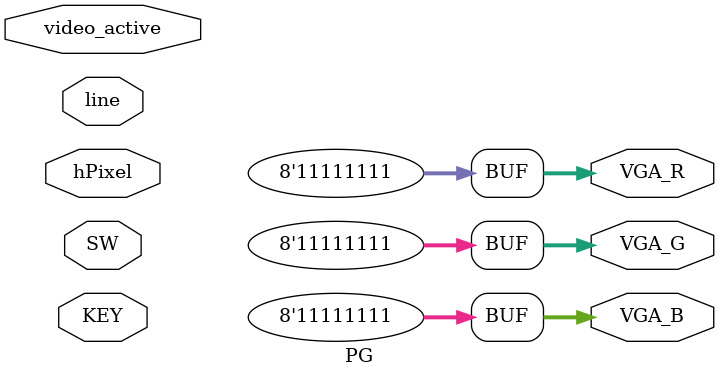
<source format=v>
module PG(
  input           hPixel,
  input           line,
  input           video_active,
  input    [2:0]  KEY,
  input    [9:0]  SW,
  output	 [7:0]  VGA_B,
	output   [7:0]	VGA_G,
	output   [7:0]	VGA_R
);

assign VGA_R = 8'hFF;
assign VGA_G = 8'hFF;
assign VGA_B = 8'hFF;

endmodule

</source>
